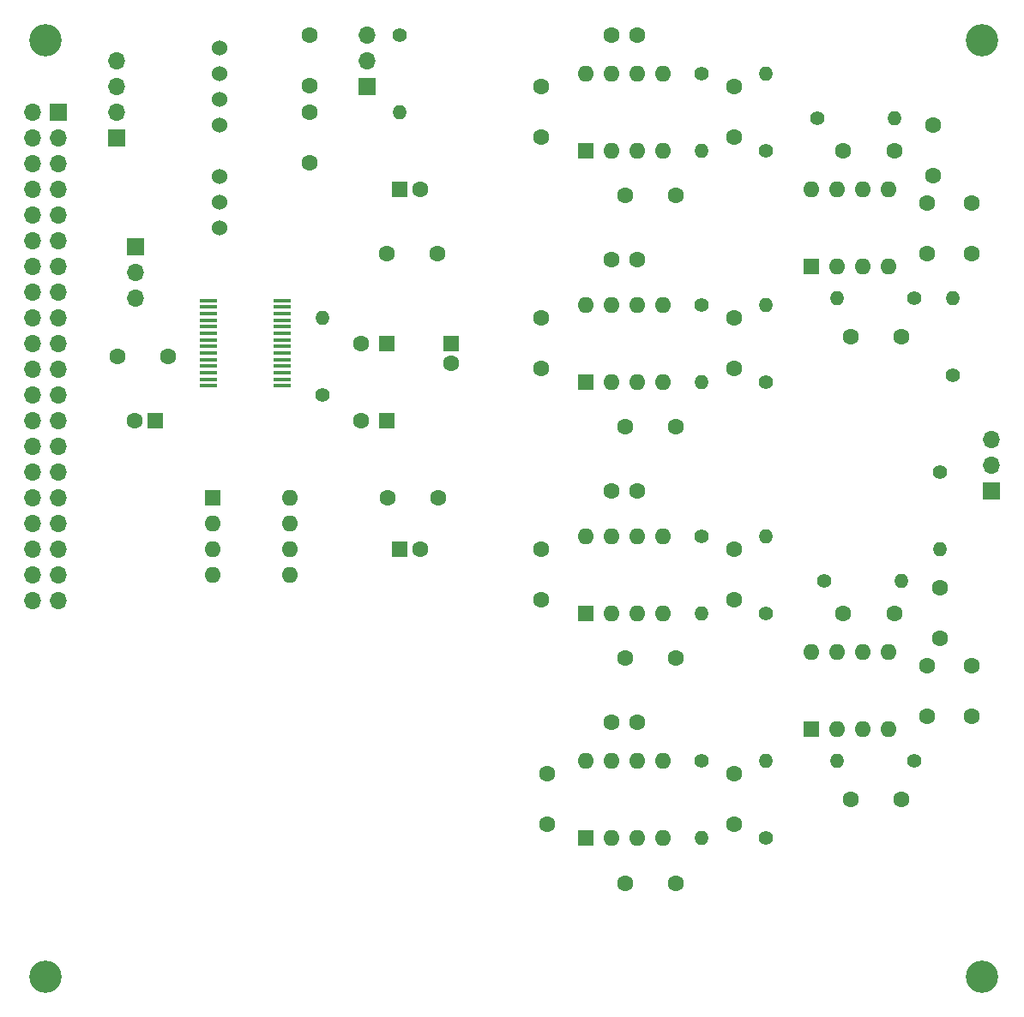
<source format=gts>
G04 #@! TF.FileFunction,Soldermask,Top*
%FSLAX46Y46*%
G04 Gerber Fmt 4.6, Leading zero omitted, Abs format (unit mm)*
G04 Created by KiCad (PCBNEW 4.0.7) date Wed Jan 24 20:33:12 2018*
%MOMM*%
%LPD*%
G01*
G04 APERTURE LIST*
%ADD10C,0.100000*%
%ADD11C,1.600000*%
%ADD12R,1.600000X1.600000*%
%ADD13R,1.700000X1.700000*%
%ADD14O,1.700000X1.700000*%
%ADD15C,1.400000*%
%ADD16O,1.400000X1.400000*%
%ADD17O,1.600000X1.600000*%
%ADD18C,1.524000*%
%ADD19R,1.750000X0.450000*%
%ADD20C,3.200000*%
G04 APERTURE END LIST*
D10*
D11*
X93345000Y-116205000D03*
X93345000Y-121205000D03*
X82550000Y-88900000D03*
X77550000Y-88900000D03*
X77470000Y-64770000D03*
X82470000Y-64770000D03*
D12*
X78740000Y-58420000D03*
D11*
X80740000Y-58420000D03*
X130810000Y-110490000D03*
X130810000Y-105490000D03*
X132080000Y-97790000D03*
X132080000Y-102790000D03*
X92710000Y-71120000D03*
X92710000Y-76120000D03*
X131445000Y-52070000D03*
X131445000Y-57070000D03*
D13*
X75565000Y-48260000D03*
D14*
X75565000Y-45720000D03*
X75565000Y-43180000D03*
D15*
X78740000Y-43180000D03*
D16*
X78740000Y-50800000D03*
D15*
X108585000Y-114935000D03*
D16*
X108585000Y-122555000D03*
D12*
X97155000Y-122555000D03*
D17*
X104775000Y-114935000D03*
X99695000Y-122555000D03*
X102235000Y-114935000D03*
X102235000Y-122555000D03*
X99695000Y-114935000D03*
X104775000Y-122555000D03*
X97155000Y-114935000D03*
D12*
X97155000Y-100330000D03*
D17*
X104775000Y-92710000D03*
X99695000Y-100330000D03*
X102235000Y-92710000D03*
X102235000Y-100330000D03*
X99695000Y-92710000D03*
X104775000Y-100330000D03*
X97155000Y-92710000D03*
D12*
X119380000Y-111760000D03*
D17*
X127000000Y-104140000D03*
X121920000Y-111760000D03*
X124460000Y-104140000D03*
X124460000Y-111760000D03*
X121920000Y-104140000D03*
X127000000Y-111760000D03*
X119380000Y-104140000D03*
D12*
X97155000Y-77470000D03*
D17*
X104775000Y-69850000D03*
X99695000Y-77470000D03*
X102235000Y-69850000D03*
X102235000Y-77470000D03*
X99695000Y-69850000D03*
X104775000Y-77470000D03*
X97155000Y-69850000D03*
D12*
X119380000Y-66040000D03*
D17*
X127000000Y-58420000D03*
X121920000Y-66040000D03*
X124460000Y-58420000D03*
X124460000Y-66040000D03*
X121920000Y-58420000D03*
X127000000Y-66040000D03*
X119380000Y-58420000D03*
D11*
X69850000Y-43180000D03*
X69850000Y-48180000D03*
X69850000Y-50800000D03*
X69850000Y-55800000D03*
X55880000Y-74930000D03*
X50880000Y-74930000D03*
D12*
X54610000Y-81280000D03*
D11*
X52610000Y-81280000D03*
X111760000Y-116205000D03*
X111760000Y-121205000D03*
X111760000Y-93980000D03*
X111760000Y-98980000D03*
X106045000Y-127000000D03*
X101045000Y-127000000D03*
X92710000Y-93980000D03*
X92710000Y-98980000D03*
X106045000Y-104775000D03*
X101045000Y-104775000D03*
X99695000Y-111125000D03*
X102195000Y-111125000D03*
X99695000Y-88265000D03*
X102195000Y-88265000D03*
D12*
X77470000Y-73660000D03*
D11*
X74970000Y-73660000D03*
D12*
X78740000Y-93980000D03*
D11*
X80740000Y-93980000D03*
D12*
X77470000Y-81280000D03*
D11*
X74970000Y-81280000D03*
D12*
X83820000Y-73660000D03*
D11*
X83820000Y-75660000D03*
X128270000Y-118745000D03*
X123270000Y-118745000D03*
X135255000Y-110490000D03*
X135255000Y-105490000D03*
X122555000Y-100330000D03*
X127555000Y-100330000D03*
X111760000Y-71120000D03*
X111760000Y-76120000D03*
X111760000Y-48260000D03*
X111760000Y-53260000D03*
X106045000Y-81915000D03*
X101045000Y-81915000D03*
X92710000Y-48260000D03*
X92710000Y-53260000D03*
X106045000Y-59055000D03*
X101045000Y-59055000D03*
X99695000Y-65405000D03*
X102195000Y-65405000D03*
X99695000Y-43180000D03*
X102195000Y-43180000D03*
X128270000Y-73025000D03*
X123270000Y-73025000D03*
X135255000Y-64770000D03*
X135255000Y-59770000D03*
X130810000Y-64770000D03*
X130810000Y-59770000D03*
X122555000Y-54610000D03*
X127555000Y-54610000D03*
D13*
X50800000Y-53340000D03*
D14*
X50800000Y-50800000D03*
X50800000Y-48260000D03*
X50800000Y-45720000D03*
D13*
X45085000Y-50800000D03*
D14*
X42545000Y-50800000D03*
X45085000Y-53340000D03*
X42545000Y-53340000D03*
X45085000Y-55880000D03*
X42545000Y-55880000D03*
X45085000Y-58420000D03*
X42545000Y-58420000D03*
X45085000Y-60960000D03*
X42545000Y-60960000D03*
X45085000Y-63500000D03*
X42545000Y-63500000D03*
X45085000Y-66040000D03*
X42545000Y-66040000D03*
X45085000Y-68580000D03*
X42545000Y-68580000D03*
X45085000Y-71120000D03*
X42545000Y-71120000D03*
X45085000Y-73660000D03*
X42545000Y-73660000D03*
X45085000Y-76200000D03*
X42545000Y-76200000D03*
X45085000Y-78740000D03*
X42545000Y-78740000D03*
X45085000Y-81280000D03*
X42545000Y-81280000D03*
X45085000Y-83820000D03*
X42545000Y-83820000D03*
X45085000Y-86360000D03*
X42545000Y-86360000D03*
X45085000Y-88900000D03*
X42545000Y-88900000D03*
X45085000Y-91440000D03*
X42545000Y-91440000D03*
X45085000Y-93980000D03*
X42545000Y-93980000D03*
X45085000Y-96520000D03*
X42545000Y-96520000D03*
X45085000Y-99060000D03*
X42545000Y-99060000D03*
D13*
X52705000Y-64135000D03*
D14*
X52705000Y-66675000D03*
X52705000Y-69215000D03*
D15*
X108585000Y-92710000D03*
D16*
X108585000Y-100330000D03*
D15*
X71120000Y-78740000D03*
D16*
X71120000Y-71120000D03*
D15*
X114935000Y-122555000D03*
D16*
X114935000Y-114935000D03*
D15*
X114935000Y-100330000D03*
D16*
X114935000Y-92710000D03*
D15*
X129540000Y-114935000D03*
D16*
X121920000Y-114935000D03*
D15*
X120650000Y-97155000D03*
D16*
X128270000Y-97155000D03*
D15*
X108585000Y-69850000D03*
D16*
X108585000Y-77470000D03*
D15*
X108585000Y-46990000D03*
D16*
X108585000Y-54610000D03*
D15*
X132080000Y-86360000D03*
D16*
X132080000Y-93980000D03*
D15*
X114935000Y-77470000D03*
D16*
X114935000Y-69850000D03*
D15*
X114935000Y-54610000D03*
D16*
X114935000Y-46990000D03*
D15*
X129540000Y-69215000D03*
D16*
X121920000Y-69215000D03*
D15*
X120015000Y-51435000D03*
D16*
X127635000Y-51435000D03*
D15*
X133350000Y-76835000D03*
D16*
X133350000Y-69215000D03*
D18*
X60960000Y-62230000D03*
X60960000Y-59690000D03*
X60960000Y-57150000D03*
X60960000Y-52070000D03*
X60960000Y-49530000D03*
X60960000Y-46990000D03*
X60960000Y-44450000D03*
D12*
X60325000Y-88900000D03*
D17*
X67945000Y-96520000D03*
X60325000Y-91440000D03*
X67945000Y-93980000D03*
X60325000Y-93980000D03*
X67945000Y-91440000D03*
X60325000Y-96520000D03*
X67945000Y-88900000D03*
D19*
X59900000Y-69435000D03*
X59900000Y-70085000D03*
X59900000Y-70735000D03*
X59900000Y-71385000D03*
X59900000Y-72035000D03*
X59900000Y-72685000D03*
X59900000Y-73335000D03*
X59900000Y-73985000D03*
X59900000Y-74635000D03*
X59900000Y-75285000D03*
X59900000Y-75935000D03*
X59900000Y-76585000D03*
X59900000Y-77235000D03*
X59900000Y-77885000D03*
X67100000Y-77885000D03*
X67100000Y-77235000D03*
X67100000Y-76585000D03*
X67100000Y-75935000D03*
X67100000Y-75285000D03*
X67100000Y-74635000D03*
X67100000Y-73985000D03*
X67100000Y-73335000D03*
X67100000Y-72685000D03*
X67100000Y-72035000D03*
X67100000Y-71385000D03*
X67100000Y-70735000D03*
X67100000Y-70085000D03*
X67100000Y-69435000D03*
D12*
X97155000Y-54610000D03*
D17*
X104775000Y-46990000D03*
X99695000Y-54610000D03*
X102235000Y-46990000D03*
X102235000Y-54610000D03*
X99695000Y-46990000D03*
X104775000Y-54610000D03*
X97155000Y-46990000D03*
D13*
X137160000Y-88265000D03*
D14*
X137160000Y-85725000D03*
X137160000Y-83185000D03*
D20*
X43750000Y-43750000D03*
X43750000Y-136250000D03*
X136250000Y-43750000D03*
X136250000Y-136250000D03*
M02*

</source>
